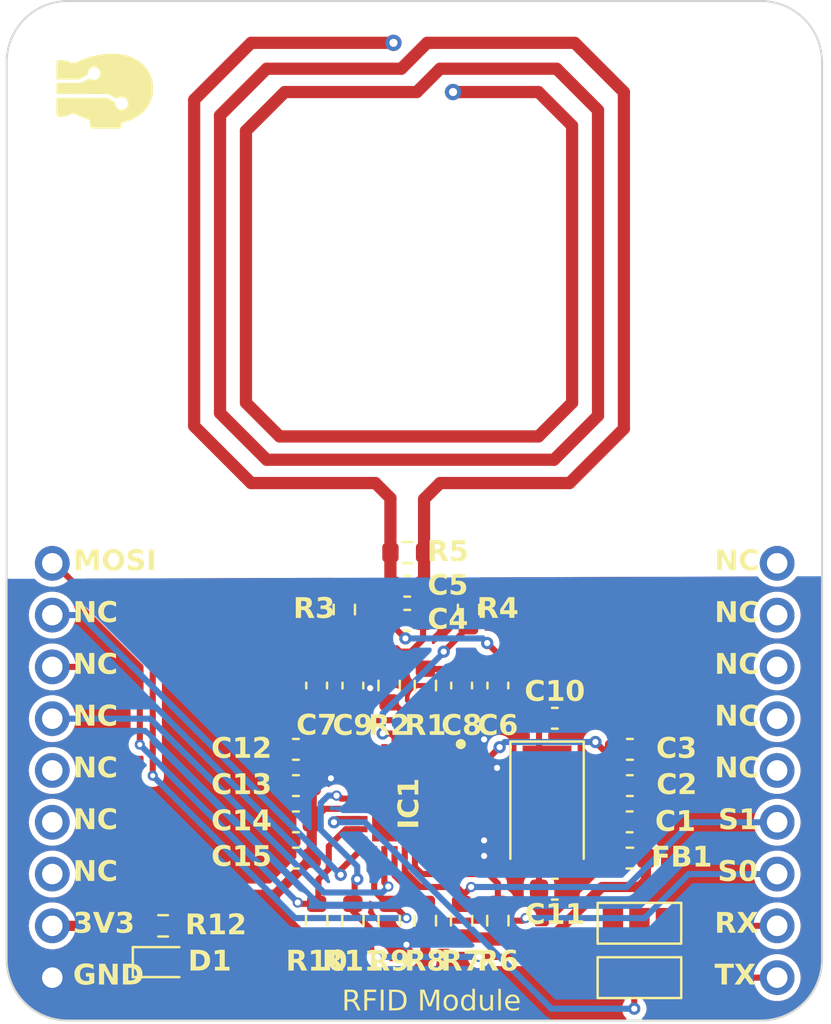
<source format=kicad_pcb>
(kicad_pcb (version 20240108) (generator "pcbnew") (generator_version "8.0")
  (layers (0 "F.Cu" signal) (31 "B.Cu" signal) (34 "B.Paste" user) (35 "F.Paste" user) (36 "B.SilkS" user "B.Silkscreen") (37 "F.SilkS" user "F.Silkscreen") (38 "B.Mask" user) (39 "F.Mask" user) (44 "Edge.Cuts" user))
  (net 0 "")
  (net 1 "GND")
  (net 2 "Net-(IC1-VPS_TX)")
  (net 3 "Net-(AE1-Pad2)")
  (net 4 "Net-(AE1-Pad1)")
  (net 5 "Net-(C6-Pad2)")
  (net 6 "Net-(C7-Pad2)")
  (net 7 "Net-(IC1-XOUT)")
  (net 8 "Net-(IC1-XIN)")
  (net 9 "Net-(IC1-ST_R0)")
  (net 10 "+3V3")
  (net 11 "Net-(D1-A)")
  (net 12 "Net-(IC1-TX1)")
  (net 13 "Net-(IC1-TX2)")
  (net 14 "Net-(IC1-RX1)")
  (net 15 "Net-(IC1-RX2)")
  (net 16 "URX")
  (net 17 "UTX")
  (net 18 "CS")
  (net 19 "MISO")
  (net 20 "MOSI")
  (net 21 "SCK")
  (net 22 "SSI_0")
  (net 23 "SSI_1")
  (net 24 "Net-(IC1-ST_R1)")
  (net 25 "INT_O")
  (net 26 "TX")
  (net 27 "INT_I")
  (net 28 "RX")
  (footprint "Capacitor_SMD:C_0603_1608Metric" (layer "F.Cu") (at 83.606 81.26 180)
    (property "Reference" "C3" (at -2.286 0 0) (layer "F.SilkS") (effects (font (thickness 0.15) (bold yes))))
    (property "Value" "100nF")
    (pad "1" smd roundrect (at -0.775 0 180) (size 0.9 0.95) (layers "F.Cu" "F.Paste" "F.Mask") (net 1 "GND"))
    (pad "2" smd roundrect (at 0.775 0 180) (size 0.9 0.95) (layers "F.Cu" "F.Paste" "F.Mask") (net 2 "Net-(IC1-VPS_TX)"))
  )
  (footprint "Resistor_SMD:R_0603_1608Metric" (layer "F.Cu") (at 73.573 89.662 90)
    (property "Reference" "R8" (at -2.032 0 180) (layer "F.SilkS") (effects (font (thickness 0.15) (bold yes))))
    (property "Value" "3k3")
    (pad "1" smd roundrect (at -0.825 0 90) (size 0.8 0.95) (layers "F.Cu" "F.Paste" "F.Mask") (net 10 "+3V3"))
    (pad "2" smd roundrect (at 0.825 0 90) (size 0.8 0.95) (layers "F.Cu" "F.Paste" "F.Mask") (net 22 "SSI_0"))
  )
  (footprint "Capacitor_SMD:C_0603_1608Metric" (layer "F.Cu") (at 83.593 84.816 180)
    (property "Reference" "C1" (at -2.2482 -0.03 0) (layer "F.SilkS") (effects (font (thickness 0.15) (bold yes))))
    (property "Value" "4.7uF")
    (pad "1" smd roundrect (at -0.775 0 180) (size 0.9 0.95) (layers "F.Cu" "F.Paste" "F.Mask") (net 1 "GND"))
    (pad "2" smd roundrect (at 0.775 0 180) (size 0.9 0.95) (layers "F.Cu" "F.Paste" "F.Mask") (net 2 "Net-(IC1-VPS_TX)"))
  )
  (footprint "CR95HF:QFN50P500X500X100-33N-D" (layer "F.Cu") (at 72.811 83.927 -90)
    (property "Reference" "IC1" (at 0 0 90) (layer "F.SilkS") (effects (font (thickness 0.254) (bold yes))))
    (property "Value" "CR95HF-VMD5T" (hide yes))
    (pad "1" smd rect (at -2.5 -1.75) (size 0.3 0.85) (layers "F.Cu" "F.Paste" "F.Mask") (net 12 "Net-(IC1-TX1)"))
    (pad "2" smd rect (at -2.5 -1.25) (size 0.3 0.85) (layers "F.Cu" "F.Paste" "F.Mask") (net 13 "Net-(IC1-TX2)"))
    (pad "3" smd rect (at -2.5 -0.75) (size 0.3 0.85) (layers "F.Cu" "F.Paste" "F.Mask") (net 1 "GND"))
    (pad "4" smd rect (at -2.5 -0.25) (size 0.3 0.85) (layers "F.Cu" "F.Paste" "F.Mask") (net 1 "GND"))
    (pad "5" smd rect (at -2.5 0.25) (size 0.3 0.85) (layers "F.Cu" "F.Paste" "F.Mask") (net 14 "Net-(IC1-RX1)"))
    (pad "6" smd rect (at -2.5 0.75) (size 0.3 0.85) (layers "F.Cu" "F.Paste" "F.Mask") (net 15 "Net-(IC1-RX2)"))
    (pad "7" smd rect (at -2.5 1.25) (size 0.3 0.85) (layers "F.Cu" "F.Paste" "F.Mask") (net 1 "GND"))
    (pad "8" smd rect (at -2.5 1.75) (size 0.3 0.85) (layers "F.Cu" "F.Paste" "F.Mask") (net 1 "GND"))
    (pad "9" smd rect (at -1.75 2.5 270) (size 0.3 0.85) (layers "F.Cu" "F.Paste" "F.Mask") (net 9 "Net-(IC1-ST_R0)"))
    (pad "10" smd rect (at -1.25 2.5 270) (size 0.3 0.85) (layers "F.Cu" "F.Paste" "F.Mask") (net 1 "GND"))
    (pad "11" smd rect (at -0.75 2.5 270) (size 0.3 0.85) (layers "F.Cu" "F.Paste" "F.Mask") (net 1 "GND"))
    (pad "12" smd rect (at -0.25 2.5 270) (size 0.3 0.85) (layers "F.Cu" "F.Paste" "F.Mask") (net 16 "URX"))
    (pad "13" smd rect (at 0.25 2.5 270) (size 0.3 0.85) (layers "F.Cu" "F.Paste" "F.Mask") (net 10 "+3V3"))
    (pad "14" smd rect (at 0.75 2.5 270) (size 0.3 0.85) (layers "F.Cu" "F.Paste" "F.Mask") (net 17 "UTX"))
    (pad "15" smd rect (at 1.25 2.5 270) (size 0.3 0.85) (layers "F.Cu" "F.Paste" "F.Mask") (net 18 "CS"))
    (pad "16" smd rect (at 1.75 2.5 270) (size 0.3 0.85) (layers "F.Cu" "F.Paste" "F.Mask") (net 19 "MISO"))
    (pad "17" smd rect (at 2.5 1.75) (size 0.3 0.85) (layers "F.Cu" "F.Paste" "F.Mask") (net 20 "MOSI"))
    (pad "18" smd rect (at 2.5 1.25) (size 0.3 0.85) (layers "F.Cu" "F.Paste" "F.Mask") (net 21 "SCK"))
    (pad "19" smd rect (at 2.5 0.75) (size 0.3 0.85) (layers "F.Cu" "F.Paste" "F.Mask") (net 22 "SSI_0"))
    (pad "20" smd rect (at 2.5 0.25) (size 0.3 0.85) (layers "F.Cu" "F.Paste" "F.Mask") (net 23 "SSI_1"))
    (pad "21" smd rect (at 2.5 -0.25) (size 0.3 0.85) (layers "F.Cu" "F.Paste" "F.Mask") (net 24 "Net-(IC1-ST_R1)"))
    (pad "22" smd rect (at 2.5 -0.75) (size 0.3 0.85) (layers "F.Cu" "F.Paste" "F.Mask") (net 1 "GND"))
    (pad "23" smd rect (at 2.5 -1.25) (size 0.3 0.85) (layers "F.Cu" "F.Paste" "F.Mask") (net 1 "GND"))
    (pad "24" smd rect (at 2.5 -1.75) (size 0.3 0.85) (layers "F.Cu" "F.Paste" "F.Mask") (net 1 "GND"))
    (pad "25" smd rect (at 1.75 -2.5 270) (size 0.3 0.85) (layers "F.Cu" "F.Paste" "F.Mask") (net 1 "GND"))
    (pad "26" smd rect (at 1.25 -2.5 270) (size 0.3 0.85) (layers "F.Cu" "F.Paste" "F.Mask") (net 1 "GND"))
    (pad "27" smd rect (at 0.75 -2.5 270) (size 0.3 0.85) (layers "F.Cu" "F.Paste" "F.Mask") (net 1 "GND"))
    (pad "28" smd rect (at 0.25 -2.5 270) (size 0.3 0.85) (layers "F.Cu" "F.Paste" "F.Mask") (net 1 "GND"))
    (pad "29" smd rect (at -0.25 -2.5 270) (size 0.3 0.85) (layers "F.Cu" "F.Paste" "F.Mask") (net 8 "Net-(IC1-XIN)"))
    (pad "30" smd rect (at -0.75 -2.5 270) (size 0.3 0.85) (layers "F.Cu" "F.Paste" "F.Mask") (net 7 "Net-(IC1-XOUT)"))
    (pad "31" smd rect (at -1.25 -2.5 270) (size 0.3 0.85) (layers "F.Cu" "F.Paste" "F.Mask") (net 1 "GND"))
    (pad "32" smd rect (at -1.75 -2.5 270) (size 0.3 0.85) (layers "F.Cu" "F.Paste" "F.Mask") (net 2 "Net-(IC1-VPS_TX)"))
    (pad "33" smd rect (at 0 0 270) (size 3.7 3.7) (layers "F.Cu" "F.Paste" "F.Mask") (net 1 "GND"))
  )
  (footprint "Resistor_SMD:R_0603_1608Metric" (layer "F.Cu") (at 73.573 78.1304 -90)
    (property "Reference" "R1" (at 2.0055 0 180) (layer "F.SilkS") (effects (font (thickness 0.15) (bold yes))))
    (property "Value" "R")
    (pad "1" smd roundrect (at -0.825 0 270) (size 0.8 0.95) (layers "F.Cu" "F.Paste" "F.Mask") (net 10 "+3V3"))
    (pad "2" smd roundrect (at 0.825 0 270) (size 0.8 0.95) (layers "F.Cu" "F.Paste" "F.Mask") (net 11 "Net-(D1-A)"))
  )
  (footprint "Capacitor_SMD:C_0603_1608Metric" (layer "F.Cu") (at 79.923 88.118 180)
    (property "Reference" "C11" (at 0 -1.29 0) (layer "F.SilkS") (effects (font (thickness 0.15) (bold yes))))
    (property "Value" "10pF")
    (pad "1" smd roundrect (at -0.775 0 180) (size 0.9 0.95) (layers "F.Cu" "F.Paste" "F.Mask") (net 1 "GND"))
    (pad "2" smd roundrect (at 0.775 0 180) (size 0.9 0.95) (layers "F.Cu" "F.Paste" "F.Mask") (net 8 "Net-(IC1-XIN)"))
  )
  (footprint "Capacitor_SMD:C_0603_1608Metric" (layer "F.Cu") (at 67.223 81.26 180)
    (property "Reference" "C12" (at 2.667 0 0) (layer "F.SilkS") (effects (font (thickness 0.15) (bold yes))))
    (property "Value" "1nF")
    (pad "1" smd roundrect (at -0.775 0 180) (size 0.9 0.95) (layers "F.Cu" "F.Paste" "F.Mask") (net 9 "Net-(IC1-ST_R0)"))
    (pad "2" smd roundrect (at 0.775 0 180) (size 0.9 0.95) (layers "F.Cu" "F.Paste" "F.Mask") (net 1 "GND"))
  )
  (footprint "air_module:air__module" (layer "F.Cu") (at 74.230646 88.616478)
    (property "Reference" "U2" (hide yes))
    (property "Value" "~")
    (fp_line (start -21.19868 2.94132) (end -21.19868 -41.05868) (stroke (width 0.1)) (layer "Edge.Cuts"))
    (fp_line (start -18.19868 -44.05868) (end 15.80132 -44.05868) (stroke (width 0.1)) (layer "Edge.Cuts"))
    (fp_line (start 15.80132 5.94132) (end -18.19868 5.94132) (stroke (width 0.1)) (layer "Edge.Cuts"))
    (fp_line (start 18.80132 -41.05868) (end 18.80132 2.94132) (stroke (width 0.1)) (layer "Edge.Cuts"))
    (fp_arc (start -21.19868 -41.05868) (mid -20.32 -43.18) (end -18.19868 -44.05868) (stroke (width 0.1)) (layer "Edge.Cuts"))
    (fp_arc (start -18.19868 5.94132) (mid -20.32 5.06264) (end -21.19868 2.94132) (stroke (width 0.1)) (layer "Edge.Cuts"))
    (fp_arc (start 15.80132 -44.05868) (mid 17.922626 -43.179986) (end 18.80132 -41.05868) (stroke (width 0.1)) (layer "Edge.Cuts"))
    (fp_arc (start 18.80132 2.94132) (mid 17.92264 5.06264) (end 15.80132 5.94132) (stroke (width 0.1)) (layer "Edge.Cuts"))
    (fp_text user "NC" (at 13.526354 -8.352478 0) (layer "F.SilkS") (effects (font (thickness 0.2) (bold yes)) (justify left bottom)))
    (fp_text user "NC" (at 13.526354 -5.812478 0) (layer "F.SilkS") (effects (font (thickness 0.2) (bold yes)) (justify left bottom)))
    (fp_text user "NC" (at -17.944246 -10.892478 0) (layer "F.SilkS") (effects (font (thickness 0.2) (bold yes)) (justify left bottom)))
    (fp_text user "NC" (at -17.944246 -0.732478 0) (layer "F.SilkS") (effects (font (thickness 0.2) (bold yes)) (justify left bottom)))
    (fp_text user "TX" (at 13.526354 4.347522 0) (layer "F.SilkS") (effects (font (thickness 0.2) (bold yes)) (justify left bottom)))
    (fp_text user "RFID Module" (at -4.761646 5.617522 0) (layer "F.SilkS") (effects (font (thickness 0.1)) (justify left bottom)))
    (fp_text user "MOSI" (at -17.944246 -15.972478 0) (layer "F.SilkS") (effects (font (thickness 0.2) (bold yes)) (justify left bottom)))
    (fp_text user "GND" (at -17.944246 4.347522 0) (layer "F.SilkS") (effects (font (thickness 0.2) (bold yes)) (justify left bottom)))
    (fp_text user "3V3" (at -17.944246 1.807522 0) (layer "F.SilkS") (effects (font (thickness 0.2) (bold yes)) (justify left bottom)))
    (fp_text user "RX" (at 13.526354 1.807522 0) (layer "F.SilkS") (effects (font (thickness 0.2) (bold yes)) (justify left bottom)))
    (fp_text user "NC" (at 13.526354 -15.972478 0) (layer "F.SilkS") (effects (font (thickness 0.2) (bold yes)) (justify left bottom)))
    (fp_text user "NC" (at -17.944246 -8.352478 0) (layer "F.SilkS") (effects (font (thickness 0.2) (bold yes)) (justify left bottom)))
    (fp_text user "NC" (at -17.944246 -3.272478 0) (layer "F.SilkS") (effects (font (thickness 0.2) (bold yes)) (justify left bottom)))
    (fp_text user "NC" (at -17.944246 -8.352478 0) (layer "F.SilkS") (effects (font (thickness 0.2) (bold yes)) (justify left bottom)))
    (fp_text user "NC" (at -17.944246 -10.892478 0) (layer "F.SilkS") (effects (font (thickness 0.2) (bold yes)) (justify left bottom)))
    (fp_text user "S1" (at 13.707388 -3.272478 0) (layer "F.SilkS") (effects (font (thickness 0.2) (bold yes)) (justify left bottom)))
    (fp_text user "NC" (at -17.944246 -13.432478 0) (layer "F.SilkS") (effects (font (thickness 0.2) (bold yes)) (justify left bottom)))
    (fp_text user "NC" (at -17.944246 -5.812478 0) (layer "F.SilkS") (effects (font (thickness 0.2) (bold yes)) (justify left bottom)))
    (fp_text user "NC" (at 13.526354 -13.432478 0) (layer "F.SilkS") (effects (font (thickness 0.2) (bold yes)) (justify left bottom)))
    (fp_text user "NC" (at 13.526354 -10.892478 0) (layer "F.SilkS") (effects (font (thickness 0.2) (bold yes)) (justify left bottom)))
    (fp_text user "S0" (at 13.678754 -0.732478 0) (layer "F.SilkS") (effects (font (thickness 0.2) (bold yes)) (justify left bottom)))
    (fp_text user "NC" (at -17.944246 -13.432478 0) (layer "F.SilkS") (effects (font (thickness 0.2) (bold yes)) (justify left bottom)))
    (pad "1" thru_hole oval (at -18.960246 -16.480478) (size 1.7 1.7) (drill 1) (layers "*.Cu" "*.Mask") (net 20 "MOSI"))
    (pad "1" thru_hole oval (at -18.960246 -16.480478) (size 1.7 1.7) (drill 1) (layers "*.Cu" "*.Mask") (net 20 "MOSI"))
    (pad "2" thru_hole oval (at -18.960246 -13.940478) (size 1.7 1.7) (drill 1) (layers "*.Cu" "*.Mask") (net 19 "MISO"))
    (pad "2" thru_hole oval (at -18.960246 -13.940478) (size 1.7 1.7) (drill 1) (layers "*.Cu" "*.Mask") (net 19 "MISO"))
    (pad "3" thru_hole oval (at -18.960246 -11.400478) (size 1.7 1.7) (drill 1) (layers "*.Cu" "*.Mask") (net 18 "CS"))
    (pad "3" thru_hole oval (at -18.960246 -11.400478) (size 1.7 1.7) (drill 1) (layers "*.Cu" "*.Mask") (net 18 "CS"))
    (pad "4" thru_hole oval (at -18.960246 -8.860478) (size 1.7 1.7) (drill 1) (layers "*.Cu" "*.Mask") (net 21 "SCK"))
    (pad "4" thru_hole oval (at -18.960246 -8.860478) (size 1.7 1.7) (drill 1) (layers "*.Cu" "*.Mask") (net 21 "SCK"))
    (pad "5" thru_hole oval (at -18.960246 -6.320478) (size 1.7 1.7) (drill 1) (layers "*.Cu" "*.Mask"))
    (pad "5" thru_hole oval (at -18.960246 -6.320478) (size 1.7 1.7) (drill 1) (layers "*.Cu" "*.Mask"))
    (pad "6" thru_hole oval (at -18.960246 -3.780478) (size 1.7 1.7) (drill 1) (layers "*.Cu" "*.Mask"))
    (pad "6" thru_hole oval (at -18.960246 -3.780478) (size 1.7 1.7) (drill 1) (layers "*.Cu" "*.Mask"))
    (pad "7" thru_hole oval (at -18.960246 -1.240478) (size 1.7 1.7) (drill 1) (layers "*.Cu" "*.Mask"))
    (pad "7" thru_hole oval (at -18.960246 -1.240478) (size 1.7 1.7) (drill 1) (layers "*.Cu" "*.Mask"))
    (pad "8" thru_hole oval (at -18.960246 1.299522) (size 1.7 1.7) (drill 1) (layers "*.Cu" "*.Mask") (net 10 "+3V3"))
    (pad "8" thru_hole oval (at -18.960246 1.299522) (size 1.7 1.7) (drill 1) (layers "*.Cu" "*.Mask") (net 10 "+3V3"))
    (pad "9" thru_hole oval (at -18.960246 3.839522) (size 1.7 1.7) (drill 1) (layers "*.Cu" "*.Mask") (net 1 "GND"))
    (pad "9" thru_hole oval (at -18.960246 3.839522) (size 1.7 1.7) (drill 1) (layers "*.Cu" "*.Mask") (net 1 "GND"))
    (pad "10" thru_hole oval (at 16.599754 3.839522) (size 1.7 1.7) (drill 1) (layers "*.Cu" "*.Mask") (net 26 "TX"))
    (pad "10" thru_hole oval (at 16.599754 3.839522) (size 1.7 1.7) (drill 1) (layers "*.Cu" "*.Mask") (net 26 "TX"))
    (pad "11" thru_hole oval (at 16.599754 1.299522) (size 1.7 1.7) (drill 1) (layers "*.Cu" "*.Mask") (net 28 "RX"))
    (pad "11" thru_hole oval (at 16.599754 1.299522) (size 1.7 1.7) (drill 1) (layers "*.Cu" "*.Mask") (net 28 "RX"))
    (pad "12" thru_hole oval (at 16.599754 -1.240478) (size 1.7 1.7) (drill 1) (layers "*.Cu" "*.Mask") (net 22 "SSI_0"))
    (pad "12" thru_hole oval (at 16.599754 -1.240478) (size 1.7 1.7) (drill 1) (layers "*.Cu" "*.Mask") (net 22 "SSI_0"))
    (pad "13" thru_hole oval (at 16.599754 -3.780478) (size 1.7 1.7) (drill 1) (layers "*.Cu" "*.Mask") (net 23 "SSI_1"))
    (pad "13" thru_hole oval (at 16.599754 -3.780478) (size 1.7 1.7) (drill 1) (layers "*.Cu" "*.Mask") (net 23 "SSI_1"))
    (pad "14" thru_hole oval (at 16.599754 -6.320478) (size 1.7 1.7) (drill 1) (layers "*.Cu" "*.Mask"))
    (pad "14" thru_hole oval (at 16.599754 -6.320478) (size 1.7 1.7) (drill 1) (layers "*.Cu" "*.Mask"))
    (pad "15" thru_hole oval (at 16.599754 -8.860478) (size 1.7 1.7) (drill 1) (layers "*.Cu" "*.Mask"))
    (pad "15" thru_hole oval (at 16.599754 -8.860478) (size 1.7 1.7) (drill 1) (layers "*.Cu" "*.Mask"))
    (pad "16" thru_hole oval (at 16.599754 -11.400478) (size 1.7 1.7) (drill 1) (layers "*.Cu" "*.Mask"))
    (pad "16" thru_hole oval (at 16.599754 -11.400478) (size 1.7 1.7) (drill 1) (layers "*.Cu" "*.Mask"))
    (pad "17" thru_hole oval (at 16.599754 -13.940478) (size 1.7 1.7) (drill 1) (layers "*.Cu" "*.Mask"))
    (pad "17" thru_hole oval (at 16.599754 -13.940478) (size 1.7 1.7) (drill 1) (layers "*.Cu" "*.Mask"))
    (pad "18" thru_hole oval (at 16.599754 -16.480478) (size 1.7 1.7) (drill 1) (layers "*.Cu" "*.Mask"))
    (pad "18" thru_hole oval (at 16.599754 -16.480478) (size 1.7 1.7) (drill 1) (layers "*.Cu" "*.Mask"))
  )
  (footprint "Capacitor_SMD:C_0603_1608Metric" (layer "F.Cu") (at 83.606 83.038 180)
    (property "Reference" "C2" (at -2.299 0 0) (layer "F.SilkS") (effects (font (thickness 0.15) (bold yes))))
    (property "Value" "10nF")
    (pad "1" smd roundrect (at -0.775 0 180) (size 0.9 0.95) (layers "F.Cu" "F.Paste" "F.Mask") (net 1 "GND"))
    (pad "2" smd roundrect (at 0.775 0 180) (size 0.9 0.95) (layers "F.Cu" "F.Paste" "F.Mask") (net 2 "Net-(IC1-VPS_TX)"))
  )
  (footprint "Capacitor_SMD:C_0603_1608Metric" (layer "F.Cu") (at 67.223 83.038 180)
    (property "Reference" "C13" (at 2.667 0 0) (layer "F.SilkS") (effects (font (thickness 0.15) (bold yes))))
    (property "Value" "100nF")
    (pad "1" smd roundrect (at -0.775 0 180) (size 0.9 0.95) (layers "F.Cu" "F.Paste" "F.Mask") (net 10 "+3V3"))
    (pad "2" smd roundrect (at 0.775 0 180) (size 0.9 0.95) (layers "F.Cu" "F.Paste" "F.Mask") (net 1 "GND"))
  )
  (footprint "Capacitor_SMD:C_0603_1608Metric" (layer "F.Cu") (at 67.223 86.594 180)
    (property "Reference" "C15" (at 2.667 0.03 0) (layer "F.SilkS") (effects (font (thickness 0.15) (bold yes))))
    (property "Value" "10nF")
    (pad "1" smd roundrect (at -0.775 0 180) (size 0.9 0.95) (layers "F.Cu" "F.Paste" "F.Mask") (net 10 "+3V3"))
    (pad "2" smd roundrect (at 0.775 0 180) (size 0.9 0.95) (layers "F.Cu" "F.Paste" "F.Mask") (net 1 "GND"))
  )
  (footprint "Jumper:SolderJumper-3_P1.3mm_Open_Pad1.0x1.5mm" (layer "F.Cu") (at 84.074 89.789)
    (property "Reference" "J2" (hide yes))
    (property "Value" "Conn_01x03_Pin")
    (pad "1" smd rect (at -1.3 0) (size 1 1.5) (layers "F.Cu" "F.Mask") (net 27 "INT_I"))
    (pad "2" smd rect (at 0 0) (size 1 1.5) (layers "F.Cu" "F.Mask") (net 16 "URX"))
    (pad "3" smd rect (at 1.3 0) (size 1 1.5) (layers "F.Cu" "F.Mask") (net 28 "RX"))
  )
  (footprint "Inductor_SMD:L_0603_1608Metric" (layer "F.Cu") (at 83.606 86.594 180)
    (property "Reference" "FB1" (at -2.54 0 0) (layer "F.SilkS") (effects (font (thickness 0.15) (bold yes))))
    (property "Value" "FerriteBead")
    (pad "1" smd roundrect (at -0.7875 0 180) (size 0.875 0.95) (layers "F.Cu" "F.Paste" "F.Mask") (net 10 "+3V3"))
    (pad "2" smd roundrect (at 0.7875 0 180) (size 0.875 0.95) (layers "F.Cu" "F.Paste" "F.Mask") (net 2 "Net-(IC1-VPS_TX)"))
  )
  (footprint "Capacitor_SMD:C_0603_1608Metric" (layer "F.Cu") (at 70.017 78.1304 90)
    (property "Reference" "C9" (at -2.0055 0 180) (layer "F.SilkS") (effects (font (thickness 0.15) (bold yes))))
    (property "Value" "C")
    (pad "1" smd roundrect (at -0.775 0 90) (size 0.9 0.95) (layers "F.Cu" "F.Paste" "F.Mask") (net 1 "GND"))
    (pad "2" smd roundrect (at 0.775 0 90) (size 0.9 0.95) (layers "F.Cu" "F.Paste" "F.Mask") (net 6 "Net-(C7-Pad2)"))
  )
  (footprint "Resistor_SMD:R_0603_1608Metric" (layer "F.Cu") (at 69.596 74.402 -90)
    (property "Reference" "R3" (at -0.00235 1.483967 180) (layer "F.SilkS") (effects (font (thickness 0.15) (bold yes))))
    (property "Value" "0r")
    (pad "1" smd roundrect (at -0.825 0 270) (size 0.8 0.95) (layers "F.Cu" "F.Paste" "F.Mask") (net 6 "Net-(C7-Pad2)"))
    (pad "2" smd roundrect (at 0.825 0 270) (size 0.8 0.95) (layers "F.Cu" "F.Paste" "F.Mask") (net 13 "Net-(IC1-TX2)"))
  )
  (footprint "Capacitor_SMD:C_0603_1608Metric" (layer "F.Cu") (at 77.129 78.1304 -90)
    (property "Reference" "C6" (at 2.0055 0 180) (layer "F.SilkS") (effects (font (thickness 0.15) (bold yes))))
    (property "Value" "150pF")
    (pad "1" smd roundrect (at -0.775 0 270) (size 0.9 0.95) (layers "F.Cu" "F.Paste" "F.Mask") (net 3 "Net-(AE1-Pad2)"))
    (pad "2" smd roundrect (at 0.775 0 270) (size 0.9 0.95) (layers "F.Cu" "F.Paste" "F.Mask") (net 5 "Net-(C6-Pad2)"))
  )
  (footprint "Capacitor_SMD:C_0603_1608Metric" (layer "F.Cu") (at 72.684 74.93)
    (property "Reference" "C4" (at 1.992 0 180) (layer "F.SilkS") (effects (font (thickness 0.15) (bold yes))))
    (property "Value" "220pF")
    (pad "1" smd roundrect (at -0.775 0) (size 0.9 0.95) (layers "F.Cu" "F.Paste" "F.Mask") (net 3 "Net-(AE1-Pad2)"))
    (pad "2" smd roundrect (at 0.775 0) (size 0.9 0.95) (layers "F.Cu" "F.Paste" "F.Mask") (net 4 "Net-(AE1-Pad1)"))
  )
  (footprint "Resistor_SMD:R_0603_1608Metric" (layer "F.Cu") (at 60.706 89.916)
    (property "Reference" "R12" (at 2.5908 0 0) (layer "F.SilkS") (effects (font (thickness 0.15) (bold yes))))
    (property "Value" "3k3")
    (pad "1" smd roundrect (at -0.825 0) (size 0.8 0.95) (layers "F.Cu" "F.Paste" "F.Mask") (net 10 "+3V3"))
    (pad "2" smd roundrect (at 0.825 0) (size 0.8 0.95) (layers "F.Cu" "F.Paste" "F.Mask") (net 24 "Net-(IC1-ST_R1)"))
  )
  (footprint "Capacitor_SMD:C_0603_1608Metric" (layer "F.Cu") (at 72.684 73.259)
    (property "Reference" "C5" (at 1.992 0 0) (layer "F.SilkS") (effects (font (thickness 0.15) (bold yes))))
    (property "Value" "15pF")
    (pad "1" smd roundrect (at -0.775 0) (size 0.9 0.95) (layers "F.Cu" "F.Paste" "F.Mask") (net 3 "Net-(AE1-Pad2)"))
    (pad "2" smd roundrect (at 0.775 0) (size 0.9 0.95) (layers "F.Cu" "F.Paste" "F.Mask") (net 4 "Net-(AE1-Pad1)"))
  )
  (footprint "Resistor_SMD:R_0603_1608Metric" (layer "F.Cu") (at 71.795 89.662 -90)
    (property "Reference" "R9" (at 2.032 0 180) (layer "F.SilkS") (effects (font (thickness 0.15) (bold yes))))
    (property "Value" "100k")
    (pad "1" smd roundrect (at -0.825 0 270) (size 0.8 0.95) (layers "F.Cu" "F.Paste" "F.Mask") (net 20 "MOSI"))
    (pad "2" smd roundrect (at 0.825 0 270) (size 0.8 0.95) (layers "F.Cu" "F.Paste" "F.Mask") (net 1 "GND"))
  )
  (footprint "Jumper:SolderJumper-3_P1.3mm_Open_Pad1.0x1.5mm" (layer "F.Cu") (at 84.074 92.456)
    (property "Reference" "J1" (hide yes))
    (property "Value" "Conn_01x03_Pin" (hide yes))
    (pad "1" smd rect (at -1.3 0) (size 1 1.5) (layers "F.Cu" "F.Mask") (net 25 "INT_O"))
    (pad "2" smd rect (at 0 0) (size 1 1.5) (layers "F.Cu" "F.Mask") (net 17 "UTX"))
    (pad "3" smd rect (at 1.3 0) (size 1 1.5) (layers "F.Cu" "F.Mask") (net 26 "TX"))
  )
  (footprint "Resistor_SMD:R_0603_1608Metric" (layer "F.Cu") (at 75.692 74.402 -90)
    (property "Reference" "R4" (at -0.0054 -1.4332 0) (layer "F.SilkS") (effects (font (thickness 0.15) (bold yes))))
    (property "Value" "330r")
    (pad "1" smd roundrect (at -0.825 0 270) (size 0.8 0.95) (layers "F.Cu" "F.Paste" "F.Mask") (net 3 "Net-(AE1-Pad2)"))
    (pad "2" smd roundrect (at 0.825 0 270) (size 0.8 0.95) (layers "F.Cu" "F.Paste" "F.Mask") (net 14 "Net-(IC1-RX1)"))
  )
  (footprint "Crystal:Crystal_SMD_5032-2Pin_5.0x3.2mm" (layer "F.Cu") (at 79.542 83.927 -90)
    (property "Reference" "Y1" (hide yes))
    (property "Value" "27.12Mhz")
    (pad "1" smd rect (at -1.85 0 270) (size 2 2.4) (layers "F.Cu" "F.Paste" "F.Mask") (net 7 "Net-(IC1-XOUT)"))
    (pad "2" smd rect (at 1.85 0 270) (size 2 2.4) (layers "F.Cu" "F.Paste" "F.Mask") (net 8 "Net-(IC1-XIN)"))
  )
  (footprint "Resistor_SMD:R_0603_1608Metric" (layer "F.Cu") (at 75.351 89.662 90)
    (property "Reference" "R7" (at -2.032 0 180) (layer "F.SilkS") (effects (font (thickness 0.15) (bold yes))))
    (property "Value" "3k3")
    (pad "1" smd roundrect (at -0.825 0 90) (size 0.8 0.95) (layers "F.Cu" "F.Paste" "F.Mask") (net 10 "+3V3"))
    (pad "2" smd roundrect (at 0.825 0 90) (size 0.8 0.95) (layers "F.Cu" "F.Paste" "F.Mask") (net 23 "SSI_1"))
  )
  (footprint "Resistor_SMD:R_0603_1608Metric" (layer "F.Cu") (at 77.129 89.662 90)
    (property "Reference" "R6" (at -2.032 0 180) (layer "F.SilkS") (effects (font (thickness 0.15) (bold yes))))
    (property "Value" "R")
    (pad "1" smd roundrect (at -0.825 0 90) (size 0.8 0.95) (layers "F.Cu" "F.Paste" "F.Mask") (net 3 "Net-(AE1-Pad2)"))
    (pad "2" smd roundrect (at 0.825 0 90) (size 0.8 0.95) (layers "F.Cu" "F.Paste" "F.Mask") (net 4 "Net-(AE1-Pad1)"))
  )
  (footprint "Capacitor_SMD:C_0603_1608Metric" (layer "F.Cu") (at 79.923 79.736 180)
    (property "Reference" "C10" (at 0 1.27 0) (layer "F.SilkS") (effects (font (thickness 0.15) (bold yes))))
    (property "Value" "10pF")
    (pad "1" smd roundrect (at -0.775 0 180) (size 0.9 0.95) (layers "F.Cu" "F.Paste" "F.Mask") (net 1 "GND"))
    (pad "2" smd roundrect (at 0.775 0 180) (size 0.9 0.95) (layers "F.Cu" "F.Paste" "F.Mask") (net 7 "Net-(IC1-XOUT)"))
  )
  (footprint "Capacitor_SMD:C_0603_1608Metric" (layer "F.Cu") (at 75.351 78.1304 -90)
    (property "Reference" "C8" (at 2.0055 0 180) (layer "F.SilkS") (effects (font (thickness 0.15) (bold yes))))
    (property "Value" "C")
    (pad "1" smd roundrect (at -0.775 0 270) (size 0.9 0.95) (layers "F.Cu" "F.Paste" "F.Mask") (net 5 "Net-(C6-Pad2)"))
    (pad "2" smd roundrect (at 0.775 0 270) (size 0.9 0.95) (layers "F.Cu" "F.Paste" "F.Mask") (net 1 "GND"))
  )
  (footprint "Resistor_SMD:R_0603_1608Metric" (layer "F.Cu") (at 71.795 78.1304 -90)
    (property "Reference" "R2" (at 2.0055 0 180) (layer "F.SilkS") (effects (font (thickness 0.15) (bold yes))))
    (property "Value" "0r")
    (pad "1" smd roundrect (at -0.825 0 270) (size 0.8 0.95) (layers "F.Cu" "F.Paste" "F.Mask") (net 5 "Net-(C6-Pad2)"))
    (pad "2" smd roundrect (at 0.825 0 270) (size 0.8 0.95) (layers "F.Cu" "F.Paste" "F.Mask") (net 12 "Net-(IC1-TX1)"))
  )
  (footprint "Resistor_SMD:R_0603_1608Metric" (layer "F.Cu") (at 68.239 89.662 90)
    (property "Reference" "R10" (at -2.032 0 180) (layer "F.SilkS") (effects (font (thickness 0.15) (bold yes))))
    (property "Value" "3k3")
    (pad "1" smd roundrect (at -0.825 0 90) (size 0.8 0.95) (layers "F.Cu" "F.Paste" "F.Mask") (net 10 "+3V3"))
    (pad "2" smd roundrect (at 0.825 0 90) (size 0.8 0.95) (layers "F.Cu" "F.Paste" "F.Mask") (net 18 "CS"))
  )
  (footprint "Resistor_SMD:R_0603_1608Metric" (layer "F.Cu") (at 72.684 71.608)
    (property "Reference" "R5" (at 1.992 0 0) (layer "F.SilkS") (effects (font (thickness 0.15) (bold yes))))
    (property "Value" "330r")
    (pad "1" smd roundrect (at -0.825 0) (size 0.8 0.95) (layers "F.Cu" "F.Paste" "F.Mask") (net 4 "Net-(AE1-Pad1)"))
    (pad "2" smd roundrect (at 0.825 0) (size 0.8 0.95) (layers "F.Cu" "F.Paste" "F.Mask") (net 15 "Net-(IC1-RX2)"))
  )
  (footprint "Resistor_SMD:R_0603_1608Metric" (layer "F.Cu") (at 70.017 89.662 90)
    (property "Reference" "R11" (at -2.032 0 180) (layer "F.SilkS") (effects (font (thickness 0.15) (bold yes))))
    (property "Value" "3k3")
    (pad "1" smd roundrect (at -0.825 0 90) (size 0.8 0.95) (layers "F.Cu" "F.Paste" "F.Mask") (net 10 "+3V3"))
    (pad "2" smd roundrect (at 0.825 0 90) (size 0.8 0.95) (layers "F.Cu" "F.Paste" "F.Mask") (net 16 "URX"))
  )
  (footprint "Capacitor_SMD:C_0603_1608Metric" (layer "F.Cu") (at 68.239 78.1304 -90)
    (property "Reference" "C7" (at 1.9925 0 180) (layer "F.SilkS") (effects (font (thickness 0.15) (bold yes))))
    (property "Value" "150pF")
    (pad "1" smd roundrect (at -0.775 0 270) (size 0.9 0.95) (layers "F.Cu" "F.Paste" "F.Mask") (net 4 "Net-(AE1-Pad1)"))
    (pad "2" smd roundrect (at 0.775 0 270) (size 0.9 0.95) (layers "F.Cu" "F.Paste" "F.Mask") (net 6 "Net-(C7-Pad2)"))
  )
  (footprint "Capacitor_SMD:C_0603_1608Metric" (layer "F.Cu") (at 67.223 84.816 180)
    (property "Reference" "C14" (at 2.667 0 0) (layer "F.SilkS") (effects (font (thickness 0.15) (bold yes))))
    (property "Value" "1uF")
    (pad "1" smd roundrect (at -0.775 0 180) (size 0.9 0.95) (layers "F.Cu" "F.Paste" "F.Mask") (net 10 "+3V3"))
    (pad "2" smd roundrect (at 0.775 0 180) (size 0.9 0.95) (layers "F.Cu" "F.Paste" "F.Mask") (net 1 "GND"))
  )
  (footprint "LED_SMD:LED_0603_1608Metric" (layer "F.Cu") (at 60.706 91.694)
    (property "Reference" "D1" (at 2.286 0 0) (layer "F.SilkS") (effects (font (thickness 0.15) (bold yes))))
    (property "Value" "LED")
    (pad "1" smd roundrect (at -0.7875 0) (size 0.875 0.95) (layers "F.Cu" "F.Paste" "F.Mask") (net 1 "GND"))
    (pad "2" smd roundrect (at 0.7875 0) (size 0.875 0.95) (layers "F.Cu" "F.Paste" "F.Mask") (net 11 "Net-(D1-A)"))
  )
  (segment (start 71.561 82.677) (end 72.811 83.927) (width 0.3) (layer "F.Cu") (net 1))
  (segment (start 74.061 82.677) (end 72.811 83.927) (width 0.3) (layer "F.Cu") (net 1))
  (segment (start 73.061 83.677) (end 72.811 83.927) (width 0.3) (layer "F.Cu") (net 1))
  (segment (start 70.311 83.177) (end 72.061 83.177) (width 0.3) (layer "F.Cu") (net 1))
  (segment (start 71.061 81.702) (end 72.811 83.452) (width 0.3) (layer "F.Cu") (net 1))
  (segment (start 73.561 83.177) (end 72.811 83.927) (width 0.3) (layer "F.Cu") (net 1))
  (segment (start 71.061 81.427) (end 71.061 81.702) (width 0.3) (layer "F.Cu") (net 1))
  (segment (start 73.061 81.427) (end 73.061 83.677) (width 0.3) (layer "F.Cu") (net 1))
  (segment (start 73.061 84.177) (end 72.811 83.927) (width 0.3) (layer "F.Cu") (net 1))
  (segment (start 75.311 82.677) (end 74.061 82.677) (width 0.3) (layer "F.Cu") (net 1))
  (segment (start 72.811 83.452) (end 72.811 83.927) (width 0.3) (layer "F.Cu") (net 1))
  (segment (start 72.061 83.177) (end 72.811 83.927) (width 0.3) (layer "F.Cu") (net 1))
  (segment (start 71.561 81.427) (end 71.561 82.677) (width 0.3) (layer "F.Cu") (net 1))
  (segment (start 75.311 84.177) (end 73.061 84.177) (width 0.3) (layer "F.Cu") (net 1))
  (segment (start 73.561 81.427) (end 73.561 83.177) (width 0.3) (layer "F.Cu") (net 1))
  (via (at 68.93897 82.679897) (size 0.5) (drill 0.3) (layers "F.Cu" "B.Cu") (net 1))
  (via (at 70.866 78.2574) (size 0.5) (drill 0.3) (layers "F.Cu" "B.Cu") (net 1))
  (via (at 77.089 82.169) (size 0.5) (drill 0.3) (layers "F.Cu" "B.Cu") (net 1))
  (via (at 72.644 90.8405) (size 0.5) (drill 0.3) (layers "F.Cu" "B.Cu") (net 1))
  (via (at 76.454 80.772) (size 0.5) (drill 0.3) (layers "F.Cu" "B.Cu") (net 1))
  (via (at 76.454 86.487) (size 0.5) (drill 0.3) (layers "F.Cu" "B.Cu") (net 1))
  (via (at 76.454 85.725) (size 0.5) (drill 0.3) (layers "F.Cu" "B.Cu") (net 1))
  (segment (start 82.831 81.26) (end 82.276 81.26) (width 0.3) (layer "F.Cu") (net 2))
  (segment (start 82.831 81.26) (end 82.831 86.5815) (width 0.3) (layer "F.Cu") (net 2))
  (segment (start 82.276 81.26) (end 81.915 80.899) (width 0.3) (layer "F.Cu") (net 2))
  (segment (start 77.216 81.153) (end 76.192 82.177) (width 0.3) (layer "F.Cu") (net 2))
  (segment (start 76.192 82.177) (end 75.311 82.177) (width 0.3) (layer "F.Cu") (net 2))
  (segment (start 82.831 86.5815) (end 82.8185 86.594) (width 0.3) (layer "F.Cu") (net 2))
  (via (at 81.915 80.899) (size 0.6) (drill 0.3) (layers "F.Cu" "B.Cu") (net 2))
  (via (at 77.216 81.153) (size 0.6) (drill 0.3) (layers "F.Cu" "B.Cu") (net 2))
  (segment (start 77.47 80.899) (end 81.915 80.899) (width 0.3) (layer "B.Cu") (net 2))
  (segment (start 77.216 81.153) (end 77.47 80.899) (width 0.3) (layer "B.Cu") (net 2))
  (segment (start 71.909 75.1348) (end 72.5932 75.819) (width 0.3) (layer "F.Cu") (net 3))
  (segment (start 76.6064 76.0476) (end 77.129 76.5702) (width 0.3) (layer "F.Cu") (net 3))
  (segment (start 70.017 73.577) (end 70.695 73.577) (width 0.5) (layer "F.Cu") (net 3))
  (segment (start 65.024 46.609) (end 62.23 49.403) (width 0.6) (layer "F.Cu") (net 3))
  (segment (start 77.129 76.5702) (end 77.129 77.3554) (width 0.3) (layer "F.Cu") (net 3))
  (segment (start 71.013 73.259) (end 71.909 73.259) (width 0.5) (layer "F.Cu") (net 3))
  (segment (start 72.009 46.609) (end 65.024 46.609) (width 0.6) (layer "F.Cu") (net 3))
  (segment (start 62.23 49.403) (end 62.23 65.405) (width 0.6) (layer "F.Cu") (net 3))
  (segment (start 71.909 74.93) (end 71.909 75.1348) (width 0.3) (layer "F.Cu") (net 3))
  (segment (start 71.859 71.608) (end 71.859 73.209) (width 0.6) (layer "F.Cu") (net 3))
  (segment (start 71.859 68.938) (end 71.859 71.608) (width 0.6) (layer "F.Cu") (net 3))
  (segment (start 65.024 68.199) (end 71.12 68.199) (width 0.6) (layer "F.Cu") (net 3))
  (segment (start 71.909 74.93) (end 71.909 73.259) (width 0.5) (layer "F.Cu") (net 3))
  (segment (start 62.23 65.405) (end 65.024 68.199) (width 0.6) (layer "F.Cu") (net 3))
  (segment (start 71.12 68.199) (end 71.859 68.938) (width 0.6) (layer "F.Cu") (net 3))
  (segment (start 70.695 73.577) (end 71.013 73.259) (width 0.5) (layer "F.Cu") (net 3))
  (via (at 72.009 46.609) (size 0.8) (drill 0.4) (layers "F.Cu" "B.Cu") (net 3))
  (via (at 76.6064 76.0476) (size 0.6) (drill 0.3) (layers "F.Cu" "B.Cu") (net 3))
  (via (at 72.5932 75.819) (size 0.6) (drill 0.3) (layers "F.Cu" "B.Cu") (net 3))
  (segment (start 76.6064 76.0476) (end 76.3778 75.819) (width 0.3) (layer "B.Cu") (net 3))
  (segment (start 76.3778 75.819) (end 72.5932 75.819) (width 0.3) (layer "B.Cu") (net 3))
  (segment (start 73.459 75.164) (end 73.459 74.93) (width 0.5) (layer "F.Cu") (net 4))
  (segment (start 73.66 46.609) (end 80.899 46.609) (width 0.6) (layer "F.Cu") (net 4))
  (segment (start 73.509 71.608) (end 73.509 73.209) (width 0.6) (layer "F.Cu") (net 4))
  (segment (start 72.323961 76.469) (end 72.156561 76.3016) (width 0.3) (layer "F.Cu") (net 4))
  (segment (start 82.042 64.897) (end 79.883 67.056) (width 0.6) (layer "F.Cu") (net 4))
  (segment (start 79.121 65.913) (end 66.421 65.913) (width 0.6) (layer "F.Cu") (net 4))
  (segment (start 73.152 49.022) (end 74.295 47.879) (width 0.6) (layer "F.Cu") (net 4))
  (segment (start 74.295 47.879) (end 80.01 47.879) (width 0.6) (layer "F.Cu") (net 4))
  (segment (start 79.883 67.056) (end 65.786 67.056) (width 0.6) (layer "F.Cu") (net 4))
  (segment (start 63.5 64.77) (end 63.5 50.165) (width 0.6) (layer "F.Cu") (net 4))
  (segment (start 83.312 49.022) (end 83.312 65.532) (width 0.6) (layer "F.Cu") (net 4))
  (segment (start 64.77 50.927) (end 66.675 49.022) (width 0.6) (layer "F.Cu") (net 4))
  (segment (start 80.645 68.199) (end 74.295 68.199) (width 0.6) (layer "F.Cu") (net 4))
  (segment (start 65.786 47.879) (end 72.39 47.879) (width 0.6) (layer "F.Cu") (net 4))
  (segment (start 63.5 50.165) (end 65.786 47.879) (width 0.6) (layer "F.Cu") (net 4))
  (segment (start 73.509 73.209) (end 73.459 73.259) (width 0.6) (layer "F.Cu") (net 4))
  (segment (start 74.93 49.022) (end 79.121 49.022) (width 0.6) (layer "F.Cu") (net 4))
  (segment (start 68.239 76.8458) (end 68.239 77.303) (width 0.3) (layer "F.Cu") (net 4))
  (segment (start 72.39 47.879) (end 73.66 46.609) (width 0.6) (layer "F.Cu") (net 4))
  (segment (start 80.899 46.609) (end 83.312 49.022) (width 0.6) (layer "F.Cu") (net 4))
  (segment (start 73.459 73.259) (end 73.459 74.93) (width 0.6) (layer "F.Cu") (net 4))
  (segment (start 66.675 49.022) (end 73.152 49.022) (width 0.6) (layer "F.Cu") (net 4))
  (segment (start 74.295 68.199) (end 73.509 68.985) (width 0.6) (layer "F.Cu") (net 4))
  (segment (start 79.121 49.022) (end 80.772 50.673) (width 0.6) (layer "F.Cu") (net 4))
  (segment (start 74.3512 73.259) (end 74.6692 73.577) (width 0.6) (layer "F.Cu") (net 4))
  (segment (start 73.509 68.985) (end 73.509 71.608) (width 0.6) (layer "F.Cu") (net 4))
  (segment (start 82.042 49.911) (end 82.042 64.897) (width 0.6) (layer "F.Cu") (net 4))
  (segment (start 73.459 73.259) (end 74.3512 73.259) (width 0.6) (layer "F.Cu") (net 4))
  (segment (start 80.772 50.673) (end 80.772 64.262) (width 0.6) (layer "F.Cu") (net 4))
  (segment (start 72.862439 76.469) (end 72.323961 76.469) (width 0.3) (layer "F.Cu") (net 4))
  (segment (start 74.6692 73.577) (end 75.692 73.577) (width 0.6) (layer "F.Cu") (net 4))
  (segment (start 64.77 64.262) (end 64.77 50.927) (width 0.6) (layer "F.Cu") (net 4))
  (segment (start 83.312 65.532) (end 80.645 68.199) (width 0.6) (layer "F.Cu") (net 4))
  (segment (start 73.459 75.872439) (end 72.862439 76.469) (width 0.3) (layer "F.Cu") (net 4))
  (segment (start 72.156561 76.3016) (end 68.7832 76.3016) (width 0.3) (layer "F.Cu") (net 4))
  (segment (start 68.7832 76.3016) (end 68.239 76.8458) (width 0.3) (layer "F.Cu") (net 4))
  (segment (start 66.421 65.913) (end 64.77 64.262) (width 0.6) (layer "F.Cu") (net 4))
  (segment (start 65.786 67.056) (end 63.5 64.77) (width 0.6) (layer "F.Cu") (net 4))
  (segment (start 80.01 47.879) (end 82.042 49.911) (width 0.6) (layer "F.Cu") (net 4))
  (segment (start 80.772 64.262) (end 79.121 65.913) (width 0.6) (layer "F.Cu") (net 4))
  (segment (start 73.459 74.93) (end 73.459 75.872439) (width 0.3) (layer "F.Cu") (net 4))
  (via (at 74.93 49.022) (size 0.8) (drill 0.4) (layers "F.Cu" "B.Cu") (net 4))
  (segment (start 75.579 77.4835) (end 77.129 79.0335) (width 0.3) (layer "F.Cu") (net 5))
  (segment (start 75.1851 77.3176) (end 75.351 77.4835) (width 0.3) (layer "F.Cu") (net 5))
  (segment (start 73.573 77.4335) (end 73.6889 77.3176) (width 0.3) (layer "F.Cu") (net 5))
  (segment (start 73.6889 77.3176) (end 75.1851 77.3176) (width 0.3) (layer "F.Cu") (net 5))
  (segment (start 68.239 79.081) (end 68.239 79.134) (width 0.3) (layer "F.Cu") (net 6))
  (segment (start 69.789 77.584) (end 69.736 77.584) (width 0.3) (layer "F.Cu") (net 6))
  (segment (start 68.2887 78.9805) (end 68.239 78.9805) (width 0.3) (layer "F.Cu") (net 6))
  (segment (start 69.736 77.5332) (end 68.2887 78.9805) (width 0.3) (layer "F.Cu") (net 6))
  (segment (start 70.03 77.3684) (end 70.017 77.3554) (width 0.3) (layer "F.Cu") (net 6))
  (segment (start 71.795 77.3054) (end 71.732 77.3684) (width 0.3) (layer "F.Cu") (net 6))
  (segment (start 71.732 77.3684) (end 70.03 77.3684) (width 0.3) (layer "F.Cu") (net 6))
  (segment (start 69.736 77.4835) (end 69.736 77.5332) (width 0.3) (layer "F.Cu") (net 6))
  (segment (start 76.97 83.177) (end 78.07 82.077) (width 0.3) (layer "F.Cu") (net 7))
  (segment (start 79.148 79.736) (end 79.148 81.683) (width 0.3) (layer "F.Cu") (net 7))
  (segment (start 78.07 82.077) (end 79.542 82.077) (width 0.3) (layer "F.Cu") (net 7))
  (segment (start 75.311 83.177) (end 76.97 83.177) (width 0.3) (layer "F.Cu") (net 7))
  (segment (start 79.148 81.683) (end 79.542 82.077) (width 0.3) (layer "F.Cu") (net 7))
  (segment (start 79.148 86.171) (end 79.542 85.777) (width 0.3) (layer "F.Cu") (net 8))
  (segment (start 76.086 83.677) (end 78.186 85.777) (width 0.3) (layer "F.Cu") (net 8))
  (segment (start 79.148 88.118) (end 79.148 86.171) (width 0.3) (layer "F.Cu") (net 8))
  (segment (start 75.311 83.677) (end 76.086 83.677) (width 0.3) (layer "F.Cu") (net 8))
  (segment (start 78.186 85.777) (end 79.542 85.777) (width 0.3) (layer "F.Cu") (net 8))
  (segment (start 69.35 82.177) (end 68.433 81.26) (width 0.3) (layer "F.Cu") (net 9))
  (segment (start 68.433 81.26) (end 67.998 81.26) (width 0.3) (layer "F.Cu") (net 9))
  (segment (start 70.311 82.177) (end 69.35 82.177) (width 0.3) (layer "F.Cu") (net 9))
  (segment (start 67.998 86.594) (end 66.2 88.392) (width 0.5) (layer "F.Cu") (net 10))
  (segment (start 70.311 84.177) (end 68.637 84.177) (width 0.3) (layer "F.Cu") (net 10))
  (segment (start 66.2 88.994) (end 66.167 89.027) (width 0.5) (layer "F.Cu") (net 10))
  (segment (start 68.613 84.201) (end 67.998 84.201) (width 0.3) (layer "F.Cu") (net 10))
  (segment (start 70.017 90.487) (end 70.017 91.617) (width 0.5) (layer "F.Cu") (net 10))
  (segment (start 80.159594 90.086) (end 79.758594 90.487) (width 0.5) (layer "F.Cu") (net 10))
  (segment (start 84.074 88.011) (end 82.234594 88.011) (width 0.5) (layer "F.Cu") (net 10))
  (segment (start 59.881 89.916) (end 59.881 88.836) (width 0.5) (layer "F.Cu") (net 10))
  (segment (start 68.637 84.177) (end 68.613 84.201) (width 0.3) (layer "F.Cu") (net 10))
  (segment (start 73.025 92.202) (end 73.573 91.654) (width 0.5) (layer "F.Cu") (net 10))
  (segment (start 70.602 92.202) (end 73.025 92.202) (width 0.5) (layer "F.Cu") (net 10))
  (segment (start 84.3935 87.6915) (end 84.074 88.011) (width 0.5) (layer "F.Cu") (net 10))
  (segment (start 79.758594 90.487) (end 77.129 90.487) (width 0.5) (layer "F.Cu") (net 10))
  (segment (start 66.2 88.392) (end 66.2 88.994) (width 0.5) (layer "F.Cu") (net 10))
  (segment (start 60.325 88.392) (end 65.532 88.392) (width 0.5) (layer "F.Cu") (net 10))
  (segment (start 84.3935 86.594) (end 84.3935 87.6915) (width 0.5) (layer "F.Cu") (net 10))
  (segment (start 59.881 89.916) (end 55.245 89.916) (width 0.5) (layer "F.Cu") (net 10))
  (segment (start 70.017 91.617) (end 70.602 92.202) (width 0.5) (layer "F.Cu") (net 10))
  (segment (start 73.573 90.487) (end 77.129 90.487) (width 0.5) (layer "F.Cu") (net 10))
  (segment (start 66.2 88.392) (end 65.532 88.392) (width 0.5) (layer "F.Cu") (net 10))
  (segment (start 66.167 89.027) (end 67.627 90.487) (width 0.5) (layer "F.Cu") (net 10))
  (segment (start 65.532 88.392) (end 66.167 89.027) (width 0.5) (layer "F.Cu") (net 10))
  (segment (start 68.637 84.177) (end 67.998 84.816) (width 0.3) (layer "F.Cu") (net 10))
  (segment (start 59.881 88.836) (end 60.325 88.392) (width 0.5) (layer "F.Cu") (net 10))
  (segment (start 82.234594 88.011) (end 80.159594 90.086) (width 0.5) (layer "F.Cu") (net 10))
  (segment (start 67.998 84.201) (end 67.998 86.594) (width 0.5) (layer "F.Cu") (net 10))
  (segment (start 73.573 91.654) (end 73.573 90.487) (width 0.5) (layer "F.Cu") (net 10))
  (segment (start 67.998 83.038) (end 67.998 84.201) (width 0.5) (layer "F.Cu") (net 10))
  (segment (start 67.627 90.487) (end 70.017 90.487) (width 0.5) (layer "F.Cu") (net 10))
  (segment (start 61.531 89.916) (end 61.531 91.6565) (width 0.5) (layer "F.Cu") (net 11))
  (segment (start 61.531 91.6565) (end 61.4935 91.694) (width 0.5) (layer "F.Cu") (net 11))
  (segment (start 74.561 80.330894) (end 74.561 81.427) (width 0.3) (layer "F.Cu") (net 12))
  (segment (start 73.573 79.342894) (end 74.561 80.330894) (width 0.3) (layer "F.Cu") (net 12))
  (segment (start 73.573 79.0835) (end 73.573 79.342894) (width 0.3) (layer "F.Cu") (net 12))
  (segment (start 74.061 80.538) (end 74.061 81.427) (width 0.3) (layer "F.Cu") (net 13))
  (segment (start 72.0985 79.0835) (end 73.279 80.264) (width 0.3) (layer "F.Cu") (net 13))
  (segment (start 73.279 80.264) (end 73.787 80.264) (width 0.3) (layer "F.Cu") (net 13))
  (segment (start 73.787 80.264) (end 74.061 80.538) (width 0.3) (layer "F.Cu") (net 13))
  (segment (start 71.795 79.0835) (end 72.0985 79.0835) (width 0.3) (layer "F.Cu") (net 13))
  (segment (start 72.561 80.308) (end 72.561 81.427) (width 0.3) (layer "F.Cu") (net 14))
  (segment (start 72.086 79.833) (end 72.561 80.308) (width 0.3) (layer "F.Cu") (net 14))
  (segment (start 67.514 79.833) (end 72.086 79.833) (width 0.3) (layer "F.Cu") (net 14))
  (segment (start 69.596 75.227) (end 67.394 75.227) (width 0.3) (layer "F.Cu") (net 14))
  (segment (start 66.929 79.248) (end 67.514 79.833) (width 0.3) (layer "F.Cu") (net 14))
  (segment (start 67.394 75.227) (end 66.929 75.692) (width 0.3) (layer "F.Cu") (net 14))
  (segment (start 66.929 75.692) (end 66.929 79.248) (width 0.3) (layer "F.Cu") (net 14))
  (segment (start 74.4728 76.4685) (end 75.351 75.5903) (width 0.3) (layer "F.Cu") (net 15))
  (segment (start 71.892 80.483) (end 72.061 80.652) (width 0.3) (layer "F.Cu") (net 15))
  (segment (start 71.4756 80.483) (end 71.892 80.483) (width 0.3) (layer "F.Cu") (net 15))
  (segment (start 72.061 80.652) (end 72.061 81.427) (width 0.3) (layer "F.Cu") (net 15))
  (segment (start 75.351 75.5903) (end 75.351 75.227) (width 0.3) (layer "F.Cu") (net 15))
  (via (at 74.4728 76.4685) (size 0.6) (drill 0.3) (layers "F.Cu" "B.Cu") (net 15))
  (via (at 71.4756 80.483) (size 0.6) (drill 0.3) (layers "F.Cu" "B.Cu") (net 15))
  (segment (start 74.4728 76.4685) (end 74.4728 76.5048) (width 0.3) (layer "B.Cu") (net 15))
  (segment (start 74.4728 76.5048) (end 71.4756 79.502) (width 0.3) (layer "B.Cu") (net 15))
  (segment (start 71.4756 79.502) (end 71.4756 80.483) (width 0.3) (layer "B.Cu") (net 15))
  (segment (start 70.017 89.194) (end 70.914108 90.091108) (width 0.3) (layer "F.Cu") (net 16))
  (segment (start 70.104 87.757) (end 70.104 88.75) (width 0.3) (layer "F.Cu") (net 16))
  (segment (start 76.2 91.44) (end 80.645 91.44) (width 0.3) (layer "F.Cu") (net 16))
  (segment (start 69.215 83.527754) (end 69.303754 83.527754) (width 0.3) (layer "F.Cu") (net 16))
  (segment (start 83.693 91.059) (end 84.074 90.678) (width 0.3) (layer "F.Cu") (net 16))
  (segment (start 69.453 83.677) (end 70.311 83.677) (width 0.3) (layer "F.Cu") (net 16))
  (segment (start 84.074 90.678) (end 84.074 89.789) (width 0.3) (layer "F.Cu") (net 16))
  (segment (start 81.026 91.059) (end 83.693 91.059) (width 0.3) (layer "F.Cu") (net 16))
  (segment (start 70.104 88.75) (end 70.017 88.837) (width 0.3) (layer "F.Cu") (net 16))
  (segment (start 70.914108 91.107108) (end 71.247 91.44) (width 0.3) (layer "F.Cu") (net 16))
  (segment (start 70.914108 90.091108) (end 70.914108 91.107108) (width 0.3) (layer "F.Cu") (net 16))
  (segment (start 80.645 91.44) (end 81.026 91.059) (width 0.3) (layer "F.Cu") (net 16))
  (segment (start 70.017 88.837) (end 70.017 89.194) (width 0.3) (layer "F.Cu") (net 16))
  (segment (start 70.231 87.63) (end 70.104 87.757) (width 0.3) (layer "F.Cu") (net 16))
  (segment (start 69.303754 83.527754) (end 69.453 83.677) (width 0.3) (layer "F.Cu") (net 16))
  (via (at 69.215 83.527754) (size 0.5) (drill 0.3) (layers "F.Cu" "B.Cu") (net 16))
  (via (at 71.247 91.44) (size 0.5) (drill 0.3) (layers "F.Cu" "B.Cu") (net 16))
  (via (at 76.2 91.44) (size 0.5) (drill 0.3) (layers "F.Cu" "B.Cu") (net 16))
  (via (at 70.231 87.63) (size 0.6) (drill 0.3) (layers "F.Cu" "B.Cu") (net 16))
  (segment (start 68.438 85.202) (end 68.438 83.8985) (width 0.3) (layer "B.Cu") (net 16))
  (segment (start 71.247 91.44) (end 76.2 91.44) (width 0.3) (layer "B.Cu") (net 16))
  (segment (start 68.438 83.8985) (end 68.808746 83.527754) (width 0.3) (layer "B.Cu") (net 16))
  (segment (start 70.231 86.995) (end 68.438 85.202) (width 0.3) (layer "B.Cu") (net 16))
  (segment (start 68.808746 83.527754) (end 69.215 83.527754) (width 0.3) (layer "B.Cu") (net 16))
  (segment (start 70.231 87.63) (end 70.231 86.995) (width 0.3) (layer "B.Cu") (net 16))
  (segment (start 69.247 84.677) (end 69.088 84.836) (width 0.3) (layer "F.Cu") (net 17))
  (segment (start 83.82 92.71) (end 84.074 92.456) (width 0.3) (layer "F.Cu") (net 17))
  (segment (start 70.311 84.677) (end 69.247 84.677) (width 0.3) (layer "F.Cu") (net 17))
  (segment (start 83.82 93.98) (end 83.82 92.71) (width 0.3) (layer "F.Cu") (net 17))
  (via (at 69.088 84.836) (size 0.6) (drill 0.3) (layers "F.Cu" "B.Cu") (net 17))
  (via (at 83.82 93.98) (size 0.6) (drill 0.3) (layers "F.Cu" "B.Cu") (net 17))
  (segment (start 79.756 93.98) (end 83.82 93.98) (width 0.3) (layer "B.Cu") (net 17))
  (segment (start 70.612 84.836) (end 79.756 93.98) (width 0.3) (layer "B.Cu") (net 17))
  (segment (start 69.088 84.836) (end 70.612 84.836) (width 0.3) (layer "B.Cu") (net 17))
  (segment (start 68.239 88.837) (end 68.326 88.75) (width 0.3) (layer "F.Cu") (net 18))
  (segment (start 67.374 88.837) (end 67.31 88.773) (width 0.3) (layer "F.Cu") (net 18))
  (segment (start 68.326 87.638173) (end 68.834 87.130173) (width 0.3) (layer "F.Cu") (net 18))
  (segment (start 59.563 79.121) (end 57.658 77.216) (width 0.3) (layer "F.Cu") (net 18))
  (segment (start 68.834 86.009239) (end 69.666239 85.177) (width 0.3) (layer "F.Cu") (net 18))
  (segment (start 68.834 87.130173) (end 68.834 86.009239) (width 0.3) (layer "F.Cu") (net 18))
  (segment (start 59.563 81.026) (end 59.563 79.121) (width 0.3) (layer "F.Cu") (net 18))
  (segment (start 69.666239 85.177) (end 70.311 85.177) (width 0.3) (layer "F.Cu") (net 18))
  (segment (start 68.239 88.837) (end 67.374 88.837) (width 0.3) (layer "F.Cu") (net 18))
  (segment (start 68.326 88.75) (end 68.326 87.638173) (width 0.3) (layer "F.Cu") (net 18))
  (segment (start 57.658 77.216) (end 55.245 77.216) (width 0.3) (layer "F.Cu") (net 18))
  (via (at 67.31 88.773) (size 0.5) (drill 0.3) (layers "F.Cu" "B.Cu") (net 18))
  (via (at 59.563 81.026) (size 0.5) (drill 0.25) (layers "F.Cu" "B.Cu") (net 18))
  (segment (start 67.31 88.773) (end 59.563 81.026) (width 0.3) (layer "B.Cu") (net 18))
  (segment (start 70.311 86.28) (end 69.723 86.868) (width 0.3) (layer "F.Cu") (net 19))
  (segment (start 70.311 85.677) (end 70.311 86.28) (width 0.3) (layer "F.Cu") (net 19))
  (segment (start 69.418645 87.172355) (end 69.418645 87.413089) (width 0.3) (layer "F.Cu") (net 19))
  (segment (start 69.723 86.868) (end 69.418645 87.172355) (width 0.3) (layer "F.Cu") (net 19))
  (via (at 69.418645 87.413089) (size 0.6) (drill 0.3) (layers "F.Cu" "B.Cu") (net 19))
  (segment (start 69.418645 87.413089) (end 56.681556 74.676) (width 0.3) (layer "B.Cu") (net 19))
  (segment (start 56.681556 74.676) (end 55.245 74.676) (width 0.3) (layer "B.Cu") (net 19))
  (segment (start 71.692 88.837) (end 71.795 88.837) (width 0.3) (layer "F.Cu") (net 20))
  (segment (start 71.061 86.427) (end 71.061 88.206) (width 0.3) (layer "F.Cu") (net 20))
  (segment (start 60.198 76.962) (end 55.372 72.136) (width 0.3) (layer "F.Cu") (net 20))
  (segment (start 55.372 72.136) (end 55.245 72.136) (width 0.3) (layer "F.Cu") (net 20))
  (segment (start 71.795 88.837) (end 71.946 88.837) (width 0.3) (layer "F.Cu") (net 20))
  (segment (start 71.061 88.206) (end 71.692 88.837) (width 0.3) (layer "F.Cu") (net 20))
  (segment (start 71.946 88.837) (end 72.644 89.535) (width 0.3) (layer "F.Cu") (net 20))
  (segment (start 60.198 82.55) (end 60.198 76.962) (width 0.3) (layer "F.Cu") (net 20))
  (via (at 60.198 82.55) (size 0.5) (drill 0.25) (layers "F.Cu" "B.Cu") (net 20))
  (via (at 72.644 89.535) (size 0.5) (drill 0.3) (layers "F.Cu" "B.Cu") (net 20))
  (segment (start 67.183 89.535) (end 60.198 82.55) (width 0.3) (layer "B.Cu") (net 20))
  (segment (start 72.644 89.535) (end 67.183 89.535) (width 0.3) (layer "B.Cu") (net 20))
  (segment (start 71.561 87.7935) (end 71.561 86.427) (width 0.3) (layer "F.Cu") (net 21))
  (segment (start 71.755 87.9875) (end 71.561 87.7935) (width 0.3) (layer "F.Cu") (net 21))
  (via (at 71.755 87.9875) (size 0.5) (drill 0.3) (layers "F.Cu" "B.Cu") (net 21))
  (segment (start 60.071 79.756) (end 55.245 79.756) (width 0.3) (layer "B.Cu") (net 21))
  (segment (start 71.4625 88.28) (end 68.595 88.28) (width 0.3) (layer "B.Cu") (net 21))
  (segment (start 71.755 87.9875) (end 71.4625 88.28) (width 0.3) (layer "B.Cu") (net 21))
  (segment (start 68.595 88.28) (end 60.071 79.756) (width 0.3) (layer "B.Cu") (net 21))
  (segment (start 78.359 89.662) (end 78.486 89.535) (width 0.3) (layer "F.Cu") (net 22))
  (segment (start 72.061 86.427) (end 72.061 87.445212) (width 0.3) (layer "F.Cu") (net 22))
  (segment (start 74.398 89.662) (end 78.359 89.662) (width 0.3) (layer "F.Cu") (net 22))
  (segment (start 73.452788 88.837) (end 73.573 88.837) (width 0.3) (layer "F.Cu") (net 22))
  (segment (start 73.573 88.837) (end 74.398 89.662) (width 0.3) (layer "F.Cu") (net 22))
  (segment (start 72.061 87.445212) (end 73.452788 88.837) (width 0.3) (layer "F.Cu") (net 22))
  (via (at 78.486 89.535) (size 0.5) (drill 0.3) (layers "F.Cu" "B.Cu") (net 22))
  (segment (start 84.328 89.535) (end 86.487 87.376) (width 0.3) (layer "B.Cu") (net 22))
  (segment (start 86.487 87.376) (end 90.805 87.376) (width 0.3) (layer "B.Cu") (net 22))
  (segment (start 78.486 89.535) (end 84.328 89.535) (width 0.3) (layer "B.Cu") (net 22))
  (segment (start 73.333894 88.011) (end 75.121 88.011) (width 0.3) (layer "F.Cu") (net 23))
  (segment (start 72.561 87.238106) (end 73.333894 88.011) (width 0.3) (layer "F.Cu") (net 23))
  (segment (start 75.351 88.241) (end 75.351 88.837) (width 0.3) (layer "F.Cu") (net 23))
  (segment (start 75.351 88.837) (end 75.351 88.479) (width 0.3) (layer "F.Cu") (net 23))
  (segment (start 72.561 86.427) (end 72.561 87.238106) (width 0.3) (layer "F.Cu") (net 23))
  (segment (start 75.351 88.479) (end 75.819 88.011) (width 0.3) (layer "F.Cu") (net 23))
  (segment (start 75.121 88.011) (end 75.351 88.241) (width 0.3) (layer "F.Cu") (net 23))
  (via (at 75.819 88.011) (size 0.5) (drill 0.3) (layers "F.Cu" "B.Cu") (net 23))
  (segment (start 75.819 88.011) (end 83.439 88.011) (width 0.3) (layer "B.Cu") (net 23))
  (segment (start 86.614 84.836) (end 90.805 84.836) (width 0.3) (layer "B.Cu") (net 23))
  (segment (start 83.439 88.011) (end 86.614 84.836) (width 0.3) (layer "B.Cu") (net 23))
  (segment (start 73.406 87.376) (end 76.668 87.376) (width 0.3) (layer "F.Cu") (net 24))
  (segment (start 76.668 87.376) (end 77.129 87.837) (width 0.3) (layer "F.Cu") (net 24))
  (segment (start 77.129 87.837) (end 77.129 88.837) (width 0.3) (layer "F.Cu") (net 24))
  (segment (start 73.061 87.031) (end 73.406 87.376) (width 0.3) (layer "F.Cu") (net 24))
  (segment (start 73.061 86.427) (end 73.061 87.031) (width 0.3) (layer "F.Cu") (net 24))
  (segment (start 90.805 92.456) (end 85.374 92.456) (width 0.3) (layer "F.Cu") (net 26))
  (segment (start 85.501 89.916) (end 85.374 89.789) (width 0.3) (layer "F.Cu") (net 28))
  (segment (start 90.805 89.916) (end 85.501 89.916) (width 0.3) (layer "F.Cu") (net 28))
  (zone (net 1) (net_name "GND") (layers "F&B.Cu") (connect_pads yes (clearance 0.3)) (min_thickness 0.15) (fill yes (thermal_gap 0.5) (thermal_bridge_width 0.5))
    (polygon (pts (xy 52.705 72.898) (xy 93.472 72.771) (xy 93.472 94.742) (xy 52.705 94.742)))
  )
)
</source>
